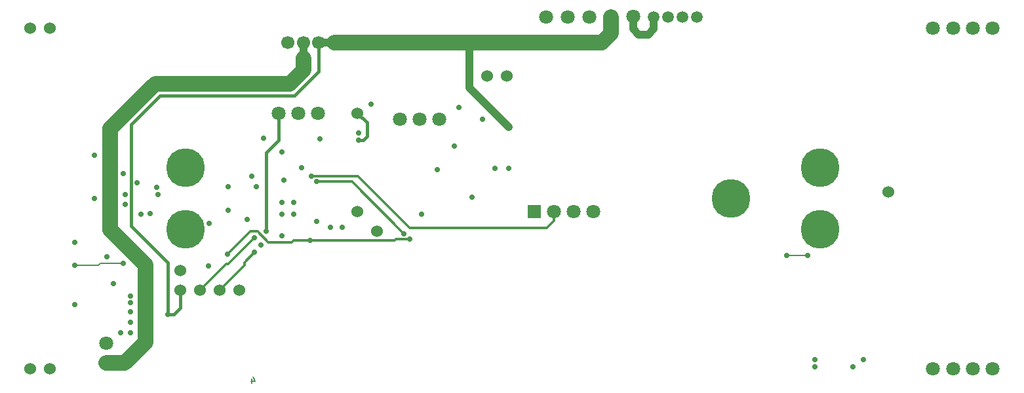
<source format=gbr>
G04 #@! TF.FileFunction,Copper,L4,Bot,Signal*
%FSLAX46Y46*%
G04 Gerber Fmt 4.6, Leading zero omitted, Abs format (unit mm)*
G04 Created by KiCad (PCBNEW 4.0.2+dfsg1-stable) date mer. 17 juil. 2019 11:13:31 CEST*
%MOMM*%
G01*
G04 APERTURE LIST*
%ADD10C,0.100000*%
%ADD11C,0.152400*%
%ADD12C,5.000000*%
%ADD13C,0.800000*%
%ADD14C,1.524000*%
%ADD15C,1.800000*%
%ADD16C,1.500000*%
%ADD17C,1.700000*%
%ADD18R,1.800000X1.800000*%
%ADD19C,0.711200*%
%ADD20C,0.304800*%
%ADD21C,1.016000*%
%ADD22C,2.048000*%
%ADD23C,0.406400*%
%ADD24C,0.203200*%
G04 APERTURE END LIST*
D10*
D11*
X113347619Y-128328571D02*
X113347619Y-128861905D01*
X113538095Y-128023810D02*
X113728571Y-128595238D01*
X113233333Y-128595238D01*
D12*
X104750000Y-101000000D03*
D13*
X104750000Y-99000000D03*
X106750000Y-101000000D03*
X104750000Y-103000000D03*
X102750000Y-101000000D03*
X106160000Y-99590000D03*
X106160000Y-102410000D03*
X103340000Y-102410000D03*
X103340000Y-99590000D03*
D12*
X104750000Y-109000000D03*
D13*
X104750000Y-107000000D03*
X106750000Y-109000000D03*
X104750000Y-111000000D03*
X102750000Y-109000000D03*
X106160000Y-107590000D03*
X106160000Y-110410000D03*
X103340000Y-110410000D03*
X103340000Y-107590000D03*
D12*
X175250000Y-105000000D03*
D13*
X175250000Y-103000000D03*
X177250000Y-105000000D03*
X175250000Y-107000000D03*
X173250000Y-105000000D03*
X176660000Y-103590000D03*
X176660000Y-106410000D03*
X173840000Y-106410000D03*
X173840000Y-103590000D03*
D12*
X186750000Y-101000000D03*
D13*
X186750000Y-99000000D03*
X188750000Y-101000000D03*
X186750000Y-103000000D03*
X184750000Y-101000000D03*
X188160000Y-99590000D03*
X188160000Y-102410000D03*
X185340000Y-102410000D03*
X185340000Y-99590000D03*
D12*
X186750000Y-109000000D03*
D13*
X186750000Y-107000000D03*
X188750000Y-109000000D03*
X186750000Y-111000000D03*
X184750000Y-109000000D03*
X188160000Y-107590000D03*
X188160000Y-110410000D03*
X185340000Y-110410000D03*
X185340000Y-107590000D03*
D14*
X146250000Y-89200000D03*
X143750000Y-89200000D03*
X84730000Y-127000000D03*
X87270000Y-127000000D03*
X84730000Y-83000000D03*
X87270000Y-83000000D03*
D15*
X94500000Y-126270000D03*
X94500000Y-123730000D03*
X151370000Y-81530000D03*
X154170000Y-81530000D03*
X156970000Y-81530000D03*
X159770000Y-81530000D03*
X162600000Y-81480000D03*
D16*
X165250000Y-81530000D03*
X167100000Y-81530000D03*
X168950000Y-81530000D03*
X170800000Y-81530000D03*
D17*
X122000000Y-84890000D03*
X120000000Y-84890000D03*
X118000000Y-84890000D03*
D15*
X137540000Y-94750000D03*
X135000000Y-94750000D03*
X132460000Y-94750000D03*
D14*
X195580000Y-104140000D03*
X106680000Y-116840000D03*
X109220000Y-116840000D03*
X104140000Y-116840000D03*
X111760000Y-116840000D03*
D15*
X116840000Y-93980000D03*
X119380000Y-93980000D03*
X121920000Y-93980000D03*
D14*
X127000000Y-93980000D03*
D15*
X201320000Y-83000000D03*
X203890000Y-83000000D03*
X206430000Y-83000000D03*
X209000000Y-83000000D03*
X201320000Y-127000000D03*
X203890000Y-127000000D03*
X206430000Y-127000000D03*
X209000000Y-127000000D03*
D14*
X104140000Y-114300000D03*
X129540000Y-109220000D03*
X127000000Y-106680000D03*
D18*
X149860000Y-106680000D03*
D15*
X152400000Y-106680000D03*
X154940000Y-106680000D03*
X157480000Y-106680000D03*
D19*
X137250000Y-101250000D03*
X139500000Y-98250000D03*
X141750000Y-104850000D03*
X143100000Y-94750000D03*
X146520000Y-101070000D03*
X144750000Y-101070000D03*
X93000000Y-99390000D03*
X128740000Y-92770000D03*
X127100000Y-96500000D03*
X94650000Y-112500000D03*
X90510000Y-118750000D03*
X95450000Y-116000000D03*
X97670000Y-117620000D03*
X97670000Y-119640000D03*
X97670000Y-118500000D03*
X97670000Y-121000000D03*
X97670000Y-122360000D03*
X96400000Y-122360000D03*
X114500000Y-111000000D03*
X117250000Y-107000000D03*
X118750000Y-105500000D03*
X118750000Y-107000000D03*
X117250000Y-105500000D03*
X119750000Y-101000000D03*
X125010000Y-108760000D03*
X107800000Y-108240000D03*
X113310000Y-102110000D03*
X122150000Y-97330000D03*
X117250000Y-99000000D03*
X114850000Y-97250000D03*
X101250000Y-104500000D03*
X99000000Y-107050000D03*
X98500000Y-102940000D03*
X97000000Y-104500000D03*
X97000000Y-105750000D03*
X186070000Y-126770000D03*
X110270000Y-103500000D03*
X110270000Y-106500000D03*
X93000000Y-105000000D03*
X90500000Y-110650000D03*
X96750000Y-101750000D03*
X140050000Y-93250000D03*
X192330000Y-125820000D03*
X133750000Y-110250000D03*
X120900000Y-110410000D03*
X110230000Y-112240000D03*
X135250000Y-107000000D03*
X113920000Y-103500000D03*
X117500000Y-102650000D03*
X121730000Y-108000000D03*
X107760000Y-113760000D03*
X123500000Y-108760000D03*
X117250000Y-109840000D03*
X112760000Y-107730000D03*
X100230000Y-106920000D03*
X101090000Y-103570000D03*
X186070000Y-125820000D03*
X190940000Y-126770000D03*
X146520000Y-95750000D03*
X102480000Y-119990000D03*
X113660000Y-110060000D03*
X113660000Y-111980000D03*
X185170000Y-112360000D03*
X182410000Y-112360000D03*
X115200000Y-109250000D03*
X127100000Y-97450000D03*
X121020000Y-102090000D03*
X133000000Y-109540000D03*
X121740000Y-102810000D03*
X96750000Y-113390000D03*
X90500000Y-113680000D03*
D20*
X131830000Y-110410000D02*
X131990000Y-110250000D01*
X131990000Y-110250000D02*
X133750000Y-110250000D01*
X120900000Y-110410000D02*
X131830000Y-110410000D01*
X120900000Y-110410000D02*
X118710000Y-110410000D01*
X114100000Y-109270000D02*
X113200000Y-109270000D01*
X115480000Y-110650000D02*
X114100000Y-109270000D01*
X118470000Y-110650000D02*
X115480000Y-110650000D01*
X118710000Y-110410000D02*
X118470000Y-110650000D01*
X113200000Y-109270000D02*
X110230000Y-112240000D01*
D21*
X164530000Y-83810000D02*
X163320000Y-83810000D01*
X165250000Y-83090000D02*
X164530000Y-83810000D01*
X165250000Y-81530000D02*
X165250000Y-83090000D01*
X162600000Y-83090000D02*
X162600000Y-81480000D01*
X163320000Y-83810000D02*
X162600000Y-83090000D01*
D22*
X99610000Y-113590000D02*
X99610000Y-123600000D01*
X99610000Y-113590000D02*
X95050000Y-109030000D01*
X95050000Y-109030000D02*
X95050000Y-95950000D01*
X100850000Y-90150000D02*
X95050000Y-95950000D01*
D21*
X120000000Y-84890000D02*
X120000000Y-86920000D01*
D22*
X118220000Y-90150000D02*
X120000000Y-88370000D01*
X120000000Y-88370000D02*
X120000000Y-86920000D01*
X118220000Y-90150000D02*
X100850000Y-90150000D01*
X96940000Y-126270000D02*
X94500000Y-126270000D01*
X99610000Y-123600000D02*
X96940000Y-126270000D01*
D21*
X141450000Y-84890000D02*
X141450000Y-90680000D01*
X141450000Y-90680000D02*
X146520000Y-95750000D01*
D23*
X104140000Y-116840000D02*
X104140000Y-119140000D01*
X103290000Y-119990000D02*
X102480000Y-119990000D01*
X104140000Y-119140000D02*
X103290000Y-119990000D01*
X102480000Y-119990000D02*
X102480000Y-113310000D01*
X122000000Y-88540000D02*
X122000000Y-84890000D01*
X118860000Y-91680000D02*
X122000000Y-88540000D01*
X101490000Y-91680000D02*
X118860000Y-91680000D01*
X97750000Y-95420000D02*
X101490000Y-91680000D01*
X97750000Y-108580000D02*
X97750000Y-95420000D01*
X102480000Y-113310000D02*
X97750000Y-108580000D01*
D21*
X122000000Y-84890000D02*
X124030000Y-84890000D01*
D22*
X159770000Y-83630000D02*
X158510000Y-84890000D01*
X158510000Y-84890000D02*
X141450000Y-84890000D01*
X141450000Y-84890000D02*
X124030000Y-84890000D01*
X159770000Y-83630000D02*
X159770000Y-81530000D01*
D20*
X110060000Y-113460000D02*
X110260000Y-113460000D01*
X106680000Y-116840000D02*
X110060000Y-113460000D01*
X110260000Y-113460000D02*
X113660000Y-110060000D01*
X112380000Y-113680000D02*
X112380000Y-113260000D01*
X109220000Y-116840000D02*
X112380000Y-113680000D01*
X112380000Y-113260000D02*
X113660000Y-111980000D01*
D24*
X185170000Y-112360000D02*
X182410000Y-112360000D01*
D23*
X116840000Y-93980000D02*
X116840000Y-97470000D01*
X115200000Y-99110000D02*
X115200000Y-109250000D01*
X116840000Y-97470000D02*
X115200000Y-99110000D01*
X128200000Y-95180000D02*
X128200000Y-96950000D01*
X127000000Y-93980000D02*
X128200000Y-95180000D01*
X127700000Y-97450000D02*
X127100000Y-97450000D01*
X128200000Y-96950000D02*
X127700000Y-97450000D01*
D20*
X133750000Y-108820000D02*
X151470000Y-108820000D01*
X127020000Y-102090000D02*
X133750000Y-108820000D01*
X121020000Y-102090000D02*
X127020000Y-102090000D01*
X152400000Y-107890000D02*
X152400000Y-106680000D01*
X151470000Y-108820000D02*
X152400000Y-107890000D01*
X126270000Y-102810000D02*
X133000000Y-109540000D01*
X121740000Y-102810000D02*
X126270000Y-102810000D01*
D24*
X96750000Y-113390000D02*
X93770000Y-113390000D01*
X93480000Y-113680000D02*
X90500000Y-113680000D01*
X93770000Y-113390000D02*
X93480000Y-113680000D01*
M02*

</source>
